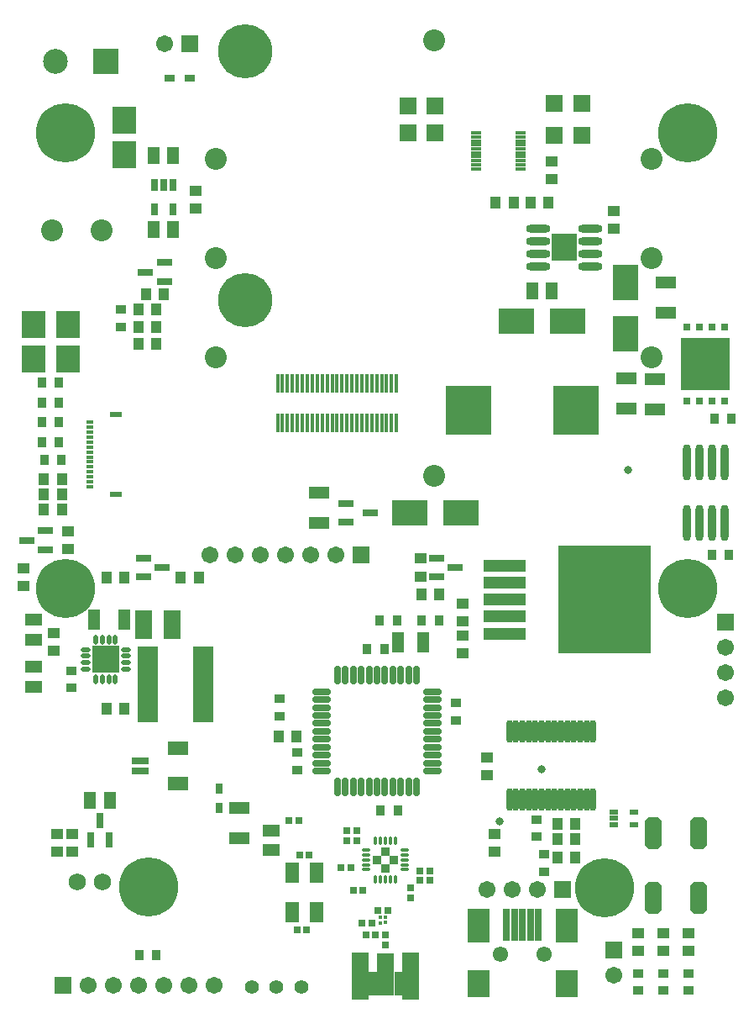
<source format=gts>
%FSLAX25Y25*%
%MOIN*%
G70*
G01*
G75*
G04 Layer_Color=8388736*
%ADD10R,0.03504X0.00906*%
%ADD11R,0.03740X0.03150*%
%ADD12R,0.05512X0.02362*%
%ADD13R,0.02362X0.02362*%
%ADD14R,0.05906X0.04134*%
%ADD15R,0.05315X0.02362*%
%ADD16R,0.02953X0.03543*%
%ADD17R,0.07087X0.04134*%
%ADD18R,0.03150X0.01969*%
%ADD19R,0.08465X0.09843*%
%ADD20R,0.01969X0.02362*%
%ADD21R,0.18898X0.20315*%
%ADD22O,0.02362X0.13583*%
%ADD23O,0.01772X0.08268*%
%ADD24R,0.05906X0.16142*%
%ADD25R,0.05906X0.17716*%
%ADD26R,0.04134X0.08661*%
%ADD27R,0.01969X0.03150*%
%ADD28R,0.05906X0.11024*%
%ADD29R,0.06102X0.02362*%
%ADD30R,0.07087X0.04724*%
%ADD31R,0.03937X0.01181*%
%ADD32R,0.02756X0.01181*%
%ADD33R,0.03150X0.03740*%
%ADD34R,0.03543X0.02953*%
%ADD35R,0.04134X0.07087*%
%ADD36R,0.05709X0.04331*%
%ADD37R,0.04331X0.07480*%
%ADD38O,0.02165X0.06890*%
%ADD39O,0.06890X0.02165*%
%ADD40R,0.00984X0.07087*%
%ADD41R,0.04331X0.05709*%
%ADD42R,0.02362X0.05512*%
%ADD43R,0.07874X0.12992*%
%ADD44R,0.07874X0.09843*%
%ADD45R,0.01969X0.12205*%
%ADD46R,0.09843X0.09843*%
%ADD47O,0.03150X0.01378*%
%ADD48O,0.01378X0.03150*%
%ADD49R,0.07087X0.29528*%
%ADD50R,0.02362X0.04134*%
%ADD51R,0.04134X0.05906*%
%ADD52R,0.13189X0.09646*%
%ADD53R,0.35827X0.42323*%
%ADD54R,0.16339X0.03937*%
%ADD55R,0.01100X0.01100*%
%ADD56R,0.01400X0.01400*%
%ADD57R,0.02362X0.02362*%
%ADD58O,0.00984X0.03150*%
%ADD59O,0.03150X0.00984*%
%ADD60R,0.04724X0.07087*%
%ADD61R,0.17126X0.18504*%
%ADD62R,0.09252X0.10236*%
%ADD63O,0.08858X0.02362*%
%ADD64R,0.05906X0.05906*%
%ADD65R,0.05906X0.05906*%
%ADD66R,0.09646X0.13189*%
%ADD67R,0.02953X0.01181*%
%ADD68C,0.04000*%
%ADD69C,0.01500*%
%ADD70C,0.00800*%
%ADD71C,0.01000*%
%ADD72C,0.01200*%
%ADD73C,0.03000*%
%ADD74C,0.02000*%
%ADD75C,0.05800*%
%ADD76C,0.08000*%
%ADD77C,0.05000*%
%ADD78R,0.00653X0.00435*%
%ADD79R,0.02142X0.00344*%
%ADD80R,0.04702X0.00344*%
%ADD81R,0.00286X0.00429*%
%ADD82R,0.00262X0.00395*%
%ADD83R,0.00248X0.00441*%
%ADD84R,0.00441X0.00236*%
%ADD85R,0.00280X0.00186*%
%ADD86R,0.06299X0.06988*%
%ADD87R,0.07776X0.02559*%
%ADD88R,0.03937X0.04715*%
%ADD89R,0.07569X0.07569*%
%ADD90R,0.04134X0.11614*%
%ADD91R,0.39400X0.69575*%
%ADD92R,0.41550X0.14150*%
%ADD93R,0.00906X0.00533*%
%ADD94R,0.00872X0.01705*%
G04:AMPARAMS|DCode=95|XSize=120mil|YSize=60mil|CornerRadius=0mil|HoleSize=0mil|Usage=FLASHONLY|Rotation=90.000|XOffset=0mil|YOffset=0mil|HoleType=Round|Shape=Octagon|*
%AMOCTAGOND95*
4,1,8,0.01500,0.06000,-0.01500,0.06000,-0.03000,0.04500,-0.03000,-0.04500,-0.01500,-0.06000,0.01500,-0.06000,0.03000,-0.04500,0.03000,0.04500,0.01500,0.06000,0.0*
%
%ADD95OCTAGOND95*%

%ADD96C,0.04724*%
%ADD97C,0.05906*%
%ADD98R,0.09055X0.09055*%
%ADD99C,0.09055*%
%ADD100C,0.22638*%
%ADD101C,0.06000*%
%ADD102C,0.05315*%
%ADD103C,0.07874*%
%ADD104C,0.20669*%
%ADD105C,0.02400*%
%ADD106C,0.05000*%
%ADD107C,0.04800*%
%ADD108C,0.02598*%
%ADD109R,0.00613X0.00499*%
%ADD110C,0.00984*%
%ADD111C,0.02362*%
%ADD112C,0.00400*%
%ADD113C,0.00787*%
%ADD114C,0.00591*%
%ADD115C,0.00700*%
%ADD116C,0.00492*%
%ADD117R,0.06299X0.02165*%
%ADD118R,0.02165X0.10236*%
%ADD119R,0.02165X0.06299*%
%ADD120R,0.01378X0.03150*%
%ADD121R,0.01280X0.03051*%
%ADD122R,0.02362X0.01772*%
%ADD123R,0.01772X0.02362*%
%ADD124R,0.03248X0.03248*%
%ADD125R,0.03247X0.03347*%
%ADD126R,0.03346X0.03352*%
%ADD127R,0.04304X0.01706*%
%ADD128R,0.04540X0.03950*%
%ADD129R,0.06312X0.03162*%
%ADD130R,0.03162X0.03162*%
%ADD131R,0.06706X0.04934*%
%ADD132R,0.06115X0.03162*%
%ADD133R,0.03753X0.04343*%
%ADD134R,0.07887X0.04934*%
%ADD135R,0.03950X0.02769*%
%ADD136R,0.09265X0.10642*%
%ADD137R,0.02769X0.03162*%
%ADD138R,0.19698X0.21115*%
%ADD139O,0.03162X0.14383*%
%ADD140O,0.02572X0.09068*%
%ADD141R,0.06706X0.16942*%
%ADD142R,0.06706X0.18517*%
%ADD143R,0.04934X0.09461*%
%ADD144R,0.02769X0.03950*%
%ADD145R,0.06706X0.11824*%
%ADD146R,0.06902X0.03162*%
%ADD147R,0.07887X0.05524*%
%ADD148R,0.04737X0.01981*%
%ADD149R,0.03136X0.01561*%
%ADD150R,0.03950X0.04540*%
%ADD151R,0.04343X0.03753*%
%ADD152R,0.04934X0.07887*%
%ADD153R,0.06509X0.05131*%
%ADD154R,0.05131X0.08280*%
%ADD155O,0.02745X0.07470*%
%ADD156O,0.07470X0.02745*%
%ADD157R,0.01564X0.07667*%
%ADD158R,0.05131X0.06509*%
%ADD159R,0.03162X0.06312*%
%ADD160R,0.08674X0.13792*%
%ADD161R,0.08674X0.10642*%
%ADD162R,0.02749X0.12985*%
%ADD163R,0.10642X0.10642*%
%ADD164O,0.03930X0.02158*%
%ADD165O,0.02158X0.03930*%
%ADD166R,0.07887X0.30328*%
%ADD167R,0.03162X0.04934*%
%ADD168R,0.04934X0.06706*%
%ADD169R,0.13989X0.10446*%
%ADD170R,0.36627X0.43123*%
%ADD171R,0.17139X0.04737*%
%ADD172R,0.02762X0.02762*%
%ADD173R,0.01500X0.01500*%
%ADD174R,0.01800X0.01800*%
%ADD175R,0.03162X0.03162*%
%ADD176O,0.01384X0.03550*%
%ADD177O,0.03550X0.01384*%
%ADD178R,0.05524X0.07887*%
%ADD179R,0.17926X0.19304*%
%ADD180R,0.10052X0.11036*%
%ADD181O,0.09658X0.03162*%
%ADD182R,0.06706X0.06706*%
%ADD183R,0.06706X0.06706*%
%ADD184R,0.10446X0.13989*%
%ADD185R,0.03753X0.01981*%
G04:AMPARAMS|DCode=186|XSize=128mil|YSize=68mil|CornerRadius=0mil|HoleSize=0mil|Usage=FLASHONLY|Rotation=90.000|XOffset=0mil|YOffset=0mil|HoleType=Round|Shape=Octagon|*
%AMOCTAGOND186*
4,1,8,0.01700,0.06400,-0.01700,0.06400,-0.03400,0.04700,-0.03400,-0.04700,-0.01700,-0.06400,0.01700,-0.06400,0.03400,-0.04700,0.03400,0.04700,0.01700,0.06400,0.0*
%
%ADD186OCTAGOND186*%

%ADD187C,0.05524*%
%ADD188C,0.06706*%
%ADD189R,0.09855X0.09855*%
%ADD190C,0.09855*%
%ADD191C,0.23438*%
%ADD192C,0.06800*%
%ADD193C,0.06115*%
%ADD194C,0.08674*%
%ADD195C,0.21469*%
%ADD196C,0.03200*%
D124*
X1329703Y1240745D02*
D03*
Y1234151D02*
D03*
D125*
X1332950Y1237448D02*
D03*
D126*
X1326406Y1237445D02*
D03*
D127*
X1383445Y1517765D02*
D03*
Y1519340D02*
D03*
Y1525639D02*
D03*
Y1522490D02*
D03*
Y1524064D02*
D03*
Y1520915D02*
D03*
Y1511466D02*
D03*
Y1513041D02*
D03*
Y1516190D02*
D03*
Y1514616D02*
D03*
X1365689D02*
D03*
Y1516190D02*
D03*
Y1513041D02*
D03*
Y1511466D02*
D03*
Y1520915D02*
D03*
Y1524064D02*
D03*
Y1522490D02*
D03*
Y1525639D02*
D03*
Y1519340D02*
D03*
Y1517765D02*
D03*
D128*
X1395669Y1507283D02*
D03*
Y1514370D02*
D03*
X1197835Y1327362D02*
D03*
Y1320276D02*
D03*
X1203740Y1367717D02*
D03*
Y1360630D02*
D03*
X1186024Y1352953D02*
D03*
Y1345866D02*
D03*
X1449803Y1201181D02*
D03*
Y1208268D02*
D03*
X1205315Y1247736D02*
D03*
Y1240650D02*
D03*
X1370079Y1278150D02*
D03*
Y1271063D02*
D03*
X1430020Y1208268D02*
D03*
Y1201181D02*
D03*
X1439862Y1208268D02*
D03*
Y1201181D02*
D03*
X1199409Y1240650D02*
D03*
Y1247736D02*
D03*
X1254331Y1495571D02*
D03*
Y1502658D02*
D03*
X1360236Y1326378D02*
D03*
Y1319291D02*
D03*
Y1339173D02*
D03*
Y1332087D02*
D03*
X1343504Y1349803D02*
D03*
Y1356890D02*
D03*
X1373032Y1240551D02*
D03*
Y1247638D02*
D03*
X1420276Y1494685D02*
D03*
Y1487598D02*
D03*
D129*
X1349881Y1357087D02*
D03*
Y1349606D02*
D03*
X1357362Y1353347D02*
D03*
X1194685Y1360433D02*
D03*
Y1367913D02*
D03*
X1187205Y1364173D02*
D03*
X1233465Y1357087D02*
D03*
Y1349606D02*
D03*
X1240945Y1353347D02*
D03*
X1234449Y1470472D02*
D03*
X1241929Y1474213D02*
D03*
Y1466732D02*
D03*
D130*
X1295276Y1252953D02*
D03*
X1291339D02*
D03*
X1324306Y1212425D02*
D03*
X1320370D02*
D03*
X1299440Y1239358D02*
D03*
X1295503D02*
D03*
X1325787Y1207677D02*
D03*
X1321850D02*
D03*
X1343423Y1229437D02*
D03*
X1347360D02*
D03*
Y1233108D02*
D03*
X1343423D02*
D03*
X1314195Y1249006D02*
D03*
X1318132D02*
D03*
X1312008Y1234252D02*
D03*
X1315945D02*
D03*
X1294519Y1209830D02*
D03*
X1298456D02*
D03*
X1316848Y1225500D02*
D03*
X1320785D02*
D03*
X1314195Y1245068D02*
D03*
X1318132D02*
D03*
D131*
X1284449Y1241240D02*
D03*
Y1248917D02*
D03*
D132*
X1314075Y1378740D02*
D03*
Y1371260D02*
D03*
X1323720Y1375000D02*
D03*
D133*
X1200098Y1426673D02*
D03*
X1193209D02*
D03*
X1200098Y1418799D02*
D03*
X1193209D02*
D03*
X1200098Y1410925D02*
D03*
X1193209D02*
D03*
X1200098Y1403051D02*
D03*
X1193209D02*
D03*
X1238681Y1199803D02*
D03*
X1231791D02*
D03*
X1460138Y1412402D02*
D03*
X1467028D02*
D03*
X1201083Y1396161D02*
D03*
X1194193D02*
D03*
X1459153Y1358268D02*
D03*
X1466043D02*
D03*
X1327756Y1256890D02*
D03*
X1334646D02*
D03*
X1329232Y1320866D02*
D03*
X1322342D02*
D03*
X1334154Y1332382D02*
D03*
X1327264D02*
D03*
X1343996D02*
D03*
X1350886D02*
D03*
D134*
X1271653Y1245965D02*
D03*
Y1257972D02*
D03*
X1303150Y1370965D02*
D03*
Y1382972D02*
D03*
X1425190Y1416257D02*
D03*
Y1428265D02*
D03*
X1436652Y1415994D02*
D03*
Y1428002D02*
D03*
X1440945Y1454417D02*
D03*
Y1466425D02*
D03*
D135*
X1251968Y1547244D02*
D03*
X1244094D02*
D03*
D136*
X1189961Y1436122D02*
D03*
Y1449705D02*
D03*
X1203740D02*
D03*
Y1436122D02*
D03*
X1226041Y1530590D02*
D03*
Y1517008D02*
D03*
D137*
X1464193Y1419488D02*
D03*
X1459193Y1448622D02*
D03*
X1454193D02*
D03*
X1449193D02*
D03*
X1464193D02*
D03*
X1459193Y1419488D02*
D03*
X1454193D02*
D03*
X1449193D02*
D03*
D138*
X1456693Y1434055D02*
D03*
D139*
X1449193Y1370866D02*
D03*
X1454193D02*
D03*
X1459193D02*
D03*
X1464193D02*
D03*
X1449193Y1394882D02*
D03*
X1454193D02*
D03*
X1459193D02*
D03*
X1464193D02*
D03*
D140*
X1378839Y1261240D02*
D03*
X1381398D02*
D03*
X1383957D02*
D03*
X1386516D02*
D03*
X1389075D02*
D03*
X1391634D02*
D03*
X1394193D02*
D03*
X1396752D02*
D03*
X1399311D02*
D03*
X1401870D02*
D03*
X1404429D02*
D03*
X1406988D02*
D03*
X1409547D02*
D03*
X1412106D02*
D03*
X1378839Y1288406D02*
D03*
X1381398D02*
D03*
X1383957D02*
D03*
X1386516D02*
D03*
X1389075D02*
D03*
X1391634D02*
D03*
X1394193D02*
D03*
X1396752D02*
D03*
X1399311D02*
D03*
X1401870D02*
D03*
X1404429D02*
D03*
X1406988D02*
D03*
X1409547D02*
D03*
X1412106D02*
D03*
D141*
X1329752Y1192055D02*
D03*
D142*
X1339752Y1191268D02*
D03*
X1319752D02*
D03*
D143*
X1323945Y1188284D02*
D03*
X1335559D02*
D03*
D144*
X1263780Y1257874D02*
D03*
Y1265748D02*
D03*
D145*
X1244980Y1330709D02*
D03*
X1233563D02*
D03*
D146*
X1232185Y1272638D02*
D03*
Y1276575D02*
D03*
D147*
X1247441Y1281693D02*
D03*
Y1267520D02*
D03*
D148*
X1222638Y1414035D02*
D03*
Y1382224D02*
D03*
D149*
X1212205Y1385335D02*
D03*
Y1387303D02*
D03*
Y1389272D02*
D03*
Y1391240D02*
D03*
Y1393209D02*
D03*
Y1395177D02*
D03*
Y1397146D02*
D03*
Y1399114D02*
D03*
Y1401083D02*
D03*
Y1403051D02*
D03*
Y1405020D02*
D03*
Y1406988D02*
D03*
Y1408957D02*
D03*
Y1410925D02*
D03*
D150*
X1194094Y1388287D02*
D03*
X1201181D02*
D03*
X1194094Y1382382D02*
D03*
X1201181D02*
D03*
X1194094Y1376476D02*
D03*
X1201181D02*
D03*
X1234646Y1461614D02*
D03*
X1241732D02*
D03*
X1238780Y1455709D02*
D03*
X1231693D02*
D03*
X1238780Y1448819D02*
D03*
X1231693D02*
D03*
X1226083Y1297244D02*
D03*
X1218996D02*
D03*
X1398032Y1238189D02*
D03*
X1405118D02*
D03*
X1397835Y1245689D02*
D03*
X1404921D02*
D03*
X1404921Y1251595D02*
D03*
X1397835D02*
D03*
X1225984Y1349409D02*
D03*
X1218898D02*
D03*
X1255512D02*
D03*
X1248425D02*
D03*
X1294390Y1286417D02*
D03*
X1287303D02*
D03*
X1343898Y1342520D02*
D03*
X1350984D02*
D03*
X1238780Y1441929D02*
D03*
X1231693D02*
D03*
X1373425Y1498032D02*
D03*
X1380512D02*
D03*
X1387205D02*
D03*
X1394291D02*
D03*
D151*
X1204823Y1312500D02*
D03*
Y1305610D02*
D03*
X1389764Y1253445D02*
D03*
Y1246555D02*
D03*
X1392717Y1239665D02*
D03*
Y1232776D02*
D03*
X1439961Y1185532D02*
D03*
Y1192421D02*
D03*
X1430020Y1185532D02*
D03*
Y1192421D02*
D03*
X1294783Y1280020D02*
D03*
Y1273130D02*
D03*
X1287598Y1301181D02*
D03*
Y1294291D02*
D03*
X1357776Y1292815D02*
D03*
Y1299705D02*
D03*
X1224705Y1448819D02*
D03*
Y1455709D02*
D03*
X1449803Y1192421D02*
D03*
Y1185532D02*
D03*
D152*
X1214075Y1332677D02*
D03*
X1226083D02*
D03*
D153*
X1190059Y1313976D02*
D03*
Y1306102D02*
D03*
Y1332677D02*
D03*
Y1324803D02*
D03*
D154*
X1344488Y1323524D02*
D03*
X1334646D02*
D03*
D155*
X1310532Y1310532D02*
D03*
X1313681D02*
D03*
X1316831D02*
D03*
X1319980D02*
D03*
X1323130D02*
D03*
X1326280D02*
D03*
X1329429D02*
D03*
X1332579D02*
D03*
X1335728D02*
D03*
X1338878D02*
D03*
X1342028D02*
D03*
Y1266240D02*
D03*
X1338878D02*
D03*
X1335728D02*
D03*
X1332579D02*
D03*
X1329429D02*
D03*
X1326280D02*
D03*
X1323130D02*
D03*
X1319980D02*
D03*
X1316831D02*
D03*
X1313681D02*
D03*
X1310532D02*
D03*
D156*
X1348425Y1304134D02*
D03*
Y1300984D02*
D03*
Y1297835D02*
D03*
Y1294685D02*
D03*
Y1291535D02*
D03*
Y1288386D02*
D03*
Y1285236D02*
D03*
Y1282087D02*
D03*
Y1278937D02*
D03*
Y1275787D02*
D03*
Y1272638D02*
D03*
X1304134D02*
D03*
Y1275787D02*
D03*
Y1278937D02*
D03*
Y1282087D02*
D03*
Y1285236D02*
D03*
Y1288386D02*
D03*
Y1291535D02*
D03*
Y1294685D02*
D03*
Y1297835D02*
D03*
Y1300984D02*
D03*
Y1304134D02*
D03*
D157*
X1286811Y1410630D02*
D03*
X1288780D02*
D03*
X1290748D02*
D03*
X1292717D02*
D03*
X1294685D02*
D03*
X1296653D02*
D03*
X1298622D02*
D03*
X1300591D02*
D03*
X1302559D02*
D03*
X1304527D02*
D03*
X1306496D02*
D03*
X1308465D02*
D03*
X1310433D02*
D03*
X1312402D02*
D03*
X1314370D02*
D03*
X1316339D02*
D03*
X1318307D02*
D03*
X1320276D02*
D03*
X1322244D02*
D03*
X1324213D02*
D03*
X1326181D02*
D03*
X1328150D02*
D03*
X1330118D02*
D03*
X1332087D02*
D03*
X1334055D02*
D03*
X1286811Y1426378D02*
D03*
X1288780D02*
D03*
X1290748D02*
D03*
X1292717D02*
D03*
X1294685D02*
D03*
X1296653D02*
D03*
X1298622D02*
D03*
X1300591D02*
D03*
X1302559D02*
D03*
X1304527D02*
D03*
X1306496D02*
D03*
X1308465D02*
D03*
X1310433D02*
D03*
X1312402D02*
D03*
X1314370D02*
D03*
X1316339D02*
D03*
X1318307D02*
D03*
X1320276D02*
D03*
X1322244D02*
D03*
X1324213D02*
D03*
X1326181D02*
D03*
X1328150D02*
D03*
X1330118D02*
D03*
X1332087D02*
D03*
X1334055D02*
D03*
D158*
X1212402Y1261024D02*
D03*
X1220276D02*
D03*
D159*
X1216339Y1252953D02*
D03*
X1220079Y1245472D02*
D03*
X1212598D02*
D03*
D160*
X1401574Y1211437D02*
D03*
X1366535D02*
D03*
D161*
Y1188209D02*
D03*
X1401574D02*
D03*
D162*
X1390354Y1211831D02*
D03*
X1387204D02*
D03*
X1384055D02*
D03*
X1380905D02*
D03*
X1377755D02*
D03*
D163*
X1218602Y1316929D02*
D03*
D164*
X1226476Y1320768D02*
D03*
Y1318209D02*
D03*
Y1315650D02*
D03*
Y1313091D02*
D03*
X1210728D02*
D03*
Y1315650D02*
D03*
Y1318209D02*
D03*
Y1320768D02*
D03*
D165*
X1222441Y1309055D02*
D03*
X1219882D02*
D03*
X1214764D02*
D03*
Y1324803D02*
D03*
X1217323D02*
D03*
X1219882D02*
D03*
X1222441D02*
D03*
X1217323Y1309055D02*
D03*
D166*
X1257185Y1307087D02*
D03*
X1235138D02*
D03*
D167*
X1245276Y1504921D02*
D03*
X1241535D02*
D03*
X1237795D02*
D03*
Y1495276D02*
D03*
X1245276D02*
D03*
D168*
X1237697Y1487303D02*
D03*
X1245374D02*
D03*
X1237697Y1516831D02*
D03*
X1245374D02*
D03*
X1395508Y1462878D02*
D03*
X1387831D02*
D03*
D169*
X1359646Y1375098D02*
D03*
X1339173D02*
D03*
X1401940Y1451020D02*
D03*
X1381468D02*
D03*
D170*
X1416535Y1340551D02*
D03*
D171*
X1376968Y1327165D02*
D03*
Y1333858D02*
D03*
Y1340551D02*
D03*
Y1347244D02*
D03*
Y1353937D02*
D03*
D172*
X1326691Y1217429D02*
D03*
X1330628D02*
D03*
D173*
X1327659Y1214592D02*
D03*
X1329659Y1212592D02*
D03*
Y1214592D02*
D03*
D174*
X1327509Y1212442D02*
D03*
D175*
X1329709Y1207677D02*
D03*
Y1203740D02*
D03*
X1339567Y1226378D02*
D03*
Y1222441D02*
D03*
D176*
X1333591Y1245125D02*
D03*
X1331622D02*
D03*
X1329653D02*
D03*
X1327685D02*
D03*
X1325716D02*
D03*
Y1229771D02*
D03*
X1327685D02*
D03*
X1329653D02*
D03*
X1331622D02*
D03*
X1333591D02*
D03*
D177*
X1321976Y1241385D02*
D03*
Y1239417D02*
D03*
Y1237448D02*
D03*
Y1235480D02*
D03*
Y1233511D02*
D03*
X1337331D02*
D03*
Y1235480D02*
D03*
Y1237448D02*
D03*
Y1239417D02*
D03*
Y1241385D02*
D03*
D178*
X1302196Y1232468D02*
D03*
Y1216720D02*
D03*
X1292747D02*
D03*
Y1232468D02*
D03*
D179*
X1362659Y1415587D02*
D03*
X1405375D02*
D03*
D180*
X1400591Y1480315D02*
D03*
D181*
X1390354Y1487815D02*
D03*
Y1482815D02*
D03*
Y1477815D02*
D03*
Y1472815D02*
D03*
X1410827Y1487815D02*
D03*
Y1482815D02*
D03*
Y1477815D02*
D03*
Y1472815D02*
D03*
D182*
X1396653Y1537402D02*
D03*
Y1524606D02*
D03*
X1407480D02*
D03*
Y1537402D02*
D03*
X1349409Y1525591D02*
D03*
X1338583Y1536417D02*
D03*
X1420276Y1201772D02*
D03*
X1464567Y1331693D02*
D03*
D183*
X1338583Y1525591D02*
D03*
X1349409Y1536417D02*
D03*
X1251968Y1561024D02*
D03*
X1201732Y1187638D02*
D03*
X1319882Y1358268D02*
D03*
X1399803Y1225610D02*
D03*
D184*
X1425031Y1446004D02*
D03*
Y1466476D02*
D03*
D185*
X1428248Y1256496D02*
D03*
Y1251378D02*
D03*
X1420177D02*
D03*
Y1253937D02*
D03*
Y1256496D02*
D03*
D186*
X1436082Y1222395D02*
D03*
Y1247995D02*
D03*
X1453882Y1222395D02*
D03*
Y1247995D02*
D03*
D187*
X1296260Y1187008D02*
D03*
X1276575D02*
D03*
X1286417D02*
D03*
D188*
X1241969Y1561024D02*
D03*
X1261732Y1187638D02*
D03*
X1251732D02*
D03*
X1241732D02*
D03*
X1231732D02*
D03*
X1211732D02*
D03*
X1221732D02*
D03*
X1420276Y1191772D02*
D03*
X1259882Y1358268D02*
D03*
X1269882D02*
D03*
X1279882D02*
D03*
X1289882D02*
D03*
X1309882D02*
D03*
X1299882D02*
D03*
X1464567Y1301693D02*
D03*
Y1311693D02*
D03*
Y1321693D02*
D03*
X1389803Y1225610D02*
D03*
X1379803D02*
D03*
X1369803D02*
D03*
D189*
X1218661Y1554134D02*
D03*
D190*
X1198661D02*
D03*
D191*
X1449646Y1525669D02*
D03*
X1202598Y1345079D02*
D03*
Y1525669D02*
D03*
X1235512Y1226634D02*
D03*
X1416732Y1226339D02*
D03*
X1449646Y1345000D02*
D03*
D192*
X1217402Y1228543D02*
D03*
X1207402D02*
D03*
D193*
X1392717Y1200020D02*
D03*
X1375394D02*
D03*
D194*
X1217020Y1486980D02*
D03*
X1197335D02*
D03*
X1348819Y1562402D02*
D03*
X1435236Y1515354D02*
D03*
Y1475984D02*
D03*
Y1436614D02*
D03*
X1348819Y1389567D02*
D03*
X1262402Y1436614D02*
D03*
Y1475984D02*
D03*
Y1515354D02*
D03*
D195*
X1273819Y1557874D02*
D03*
Y1459449D02*
D03*
D196*
X1426032Y1392075D02*
D03*
X1391700Y1273225D02*
D03*
X1374850Y1252725D02*
D03*
M02*

</source>
